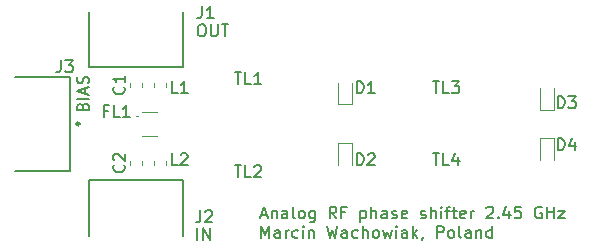
<source format=gto>
G04 #@! TF.GenerationSoftware,KiCad,Pcbnew,5.1.10-88a1d61d58~88~ubuntu18.04.1*
G04 #@! TF.CreationDate,2021-09-29T07:56:17+02:00*
G04 #@! TF.ProjectId,rf_phase_shifter_2_45GHz,72665f70-6861-4736-955f-736869667465,1.0.0*
G04 #@! TF.SameCoordinates,Original*
G04 #@! TF.FileFunction,Legend,Top*
G04 #@! TF.FilePolarity,Positive*
%FSLAX46Y46*%
G04 Gerber Fmt 4.6, Leading zero omitted, Abs format (unit mm)*
G04 Created by KiCad (PCBNEW 5.1.10-88a1d61d58~88~ubuntu18.04.1) date 2021-09-29 07:56:17*
%MOMM*%
%LPD*%
G01*
G04 APERTURE LIST*
%ADD10C,0.150000*%
%ADD11C,0.120000*%
%ADD12C,0.100000*%
%ADD13C,0.250000*%
%ADD14R,0.700000X0.600000*%
%ADD15R,0.330000X0.350000*%
%ADD16R,5.000000X1.200000*%
%ADD17R,5.000000X1.600000*%
%ADD18R,1.200000X5.000000*%
%ADD19R,1.600000X5.000000*%
G04 APERTURE END LIST*
D10*
X95029976Y-66651666D02*
X95506166Y-66651666D01*
X94934738Y-66937380D02*
X95268071Y-65937380D01*
X95601404Y-66937380D01*
X95934738Y-66270714D02*
X95934738Y-66937380D01*
X95934738Y-66365952D02*
X95982357Y-66318333D01*
X96077595Y-66270714D01*
X96220452Y-66270714D01*
X96315690Y-66318333D01*
X96363309Y-66413571D01*
X96363309Y-66937380D01*
X97268071Y-66937380D02*
X97268071Y-66413571D01*
X97220452Y-66318333D01*
X97125214Y-66270714D01*
X96934738Y-66270714D01*
X96839500Y-66318333D01*
X97268071Y-66889761D02*
X97172833Y-66937380D01*
X96934738Y-66937380D01*
X96839500Y-66889761D01*
X96791880Y-66794523D01*
X96791880Y-66699285D01*
X96839500Y-66604047D01*
X96934738Y-66556428D01*
X97172833Y-66556428D01*
X97268071Y-66508809D01*
X97887119Y-66937380D02*
X97791880Y-66889761D01*
X97744261Y-66794523D01*
X97744261Y-65937380D01*
X98410928Y-66937380D02*
X98315690Y-66889761D01*
X98268071Y-66842142D01*
X98220452Y-66746904D01*
X98220452Y-66461190D01*
X98268071Y-66365952D01*
X98315690Y-66318333D01*
X98410928Y-66270714D01*
X98553785Y-66270714D01*
X98649023Y-66318333D01*
X98696642Y-66365952D01*
X98744261Y-66461190D01*
X98744261Y-66746904D01*
X98696642Y-66842142D01*
X98649023Y-66889761D01*
X98553785Y-66937380D01*
X98410928Y-66937380D01*
X99601404Y-66270714D02*
X99601404Y-67080238D01*
X99553785Y-67175476D01*
X99506166Y-67223095D01*
X99410928Y-67270714D01*
X99268071Y-67270714D01*
X99172833Y-67223095D01*
X99601404Y-66889761D02*
X99506166Y-66937380D01*
X99315690Y-66937380D01*
X99220452Y-66889761D01*
X99172833Y-66842142D01*
X99125214Y-66746904D01*
X99125214Y-66461190D01*
X99172833Y-66365952D01*
X99220452Y-66318333D01*
X99315690Y-66270714D01*
X99506166Y-66270714D01*
X99601404Y-66318333D01*
X101410928Y-66937380D02*
X101077595Y-66461190D01*
X100839500Y-66937380D02*
X100839500Y-65937380D01*
X101220452Y-65937380D01*
X101315690Y-65985000D01*
X101363309Y-66032619D01*
X101410928Y-66127857D01*
X101410928Y-66270714D01*
X101363309Y-66365952D01*
X101315690Y-66413571D01*
X101220452Y-66461190D01*
X100839500Y-66461190D01*
X102172833Y-66413571D02*
X101839500Y-66413571D01*
X101839500Y-66937380D02*
X101839500Y-65937380D01*
X102315690Y-65937380D01*
X103458547Y-66270714D02*
X103458547Y-67270714D01*
X103458547Y-66318333D02*
X103553785Y-66270714D01*
X103744261Y-66270714D01*
X103839500Y-66318333D01*
X103887119Y-66365952D01*
X103934738Y-66461190D01*
X103934738Y-66746904D01*
X103887119Y-66842142D01*
X103839500Y-66889761D01*
X103744261Y-66937380D01*
X103553785Y-66937380D01*
X103458547Y-66889761D01*
X104363309Y-66937380D02*
X104363309Y-65937380D01*
X104791880Y-66937380D02*
X104791880Y-66413571D01*
X104744261Y-66318333D01*
X104649023Y-66270714D01*
X104506166Y-66270714D01*
X104410928Y-66318333D01*
X104363309Y-66365952D01*
X105696642Y-66937380D02*
X105696642Y-66413571D01*
X105649023Y-66318333D01*
X105553785Y-66270714D01*
X105363309Y-66270714D01*
X105268071Y-66318333D01*
X105696642Y-66889761D02*
X105601404Y-66937380D01*
X105363309Y-66937380D01*
X105268071Y-66889761D01*
X105220452Y-66794523D01*
X105220452Y-66699285D01*
X105268071Y-66604047D01*
X105363309Y-66556428D01*
X105601404Y-66556428D01*
X105696642Y-66508809D01*
X106125214Y-66889761D02*
X106220452Y-66937380D01*
X106410928Y-66937380D01*
X106506166Y-66889761D01*
X106553785Y-66794523D01*
X106553785Y-66746904D01*
X106506166Y-66651666D01*
X106410928Y-66604047D01*
X106268071Y-66604047D01*
X106172833Y-66556428D01*
X106125214Y-66461190D01*
X106125214Y-66413571D01*
X106172833Y-66318333D01*
X106268071Y-66270714D01*
X106410928Y-66270714D01*
X106506166Y-66318333D01*
X107363309Y-66889761D02*
X107268071Y-66937380D01*
X107077595Y-66937380D01*
X106982357Y-66889761D01*
X106934738Y-66794523D01*
X106934738Y-66413571D01*
X106982357Y-66318333D01*
X107077595Y-66270714D01*
X107268071Y-66270714D01*
X107363309Y-66318333D01*
X107410928Y-66413571D01*
X107410928Y-66508809D01*
X106934738Y-66604047D01*
X108553785Y-66889761D02*
X108649023Y-66937380D01*
X108839500Y-66937380D01*
X108934738Y-66889761D01*
X108982357Y-66794523D01*
X108982357Y-66746904D01*
X108934738Y-66651666D01*
X108839500Y-66604047D01*
X108696642Y-66604047D01*
X108601404Y-66556428D01*
X108553785Y-66461190D01*
X108553785Y-66413571D01*
X108601404Y-66318333D01*
X108696642Y-66270714D01*
X108839500Y-66270714D01*
X108934738Y-66318333D01*
X109410928Y-66937380D02*
X109410928Y-65937380D01*
X109839500Y-66937380D02*
X109839500Y-66413571D01*
X109791880Y-66318333D01*
X109696642Y-66270714D01*
X109553785Y-66270714D01*
X109458547Y-66318333D01*
X109410928Y-66365952D01*
X110315690Y-66937380D02*
X110315690Y-66270714D01*
X110315690Y-65937380D02*
X110268071Y-65985000D01*
X110315690Y-66032619D01*
X110363309Y-65985000D01*
X110315690Y-65937380D01*
X110315690Y-66032619D01*
X110649023Y-66270714D02*
X111029976Y-66270714D01*
X110791880Y-66937380D02*
X110791880Y-66080238D01*
X110839500Y-65985000D01*
X110934738Y-65937380D01*
X111029976Y-65937380D01*
X111220452Y-66270714D02*
X111601404Y-66270714D01*
X111363309Y-65937380D02*
X111363309Y-66794523D01*
X111410928Y-66889761D01*
X111506166Y-66937380D01*
X111601404Y-66937380D01*
X112315690Y-66889761D02*
X112220452Y-66937380D01*
X112029976Y-66937380D01*
X111934738Y-66889761D01*
X111887119Y-66794523D01*
X111887119Y-66413571D01*
X111934738Y-66318333D01*
X112029976Y-66270714D01*
X112220452Y-66270714D01*
X112315690Y-66318333D01*
X112363309Y-66413571D01*
X112363309Y-66508809D01*
X111887119Y-66604047D01*
X112791880Y-66937380D02*
X112791880Y-66270714D01*
X112791880Y-66461190D02*
X112839500Y-66365952D01*
X112887119Y-66318333D01*
X112982357Y-66270714D01*
X113077595Y-66270714D01*
X114125214Y-66032619D02*
X114172833Y-65985000D01*
X114268071Y-65937380D01*
X114506166Y-65937380D01*
X114601404Y-65985000D01*
X114649023Y-66032619D01*
X114696642Y-66127857D01*
X114696642Y-66223095D01*
X114649023Y-66365952D01*
X114077595Y-66937380D01*
X114696642Y-66937380D01*
X115125214Y-66842142D02*
X115172833Y-66889761D01*
X115125214Y-66937380D01*
X115077595Y-66889761D01*
X115125214Y-66842142D01*
X115125214Y-66937380D01*
X116029976Y-66270714D02*
X116029976Y-66937380D01*
X115791880Y-65889761D02*
X115553785Y-66604047D01*
X116172833Y-66604047D01*
X117029976Y-65937380D02*
X116553785Y-65937380D01*
X116506166Y-66413571D01*
X116553785Y-66365952D01*
X116649023Y-66318333D01*
X116887119Y-66318333D01*
X116982357Y-66365952D01*
X117029976Y-66413571D01*
X117077595Y-66508809D01*
X117077595Y-66746904D01*
X117029976Y-66842142D01*
X116982357Y-66889761D01*
X116887119Y-66937380D01*
X116649023Y-66937380D01*
X116553785Y-66889761D01*
X116506166Y-66842142D01*
X118791880Y-65985000D02*
X118696642Y-65937380D01*
X118553785Y-65937380D01*
X118410928Y-65985000D01*
X118315690Y-66080238D01*
X118268071Y-66175476D01*
X118220452Y-66365952D01*
X118220452Y-66508809D01*
X118268071Y-66699285D01*
X118315690Y-66794523D01*
X118410928Y-66889761D01*
X118553785Y-66937380D01*
X118649023Y-66937380D01*
X118791880Y-66889761D01*
X118839500Y-66842142D01*
X118839500Y-66508809D01*
X118649023Y-66508809D01*
X119268071Y-66937380D02*
X119268071Y-65937380D01*
X119268071Y-66413571D02*
X119839500Y-66413571D01*
X119839500Y-66937380D02*
X119839500Y-65937380D01*
X120220452Y-66270714D02*
X120744261Y-66270714D01*
X120220452Y-66937380D01*
X120744261Y-66937380D01*
X95077595Y-68587380D02*
X95077595Y-67587380D01*
X95410928Y-68301666D01*
X95744261Y-67587380D01*
X95744261Y-68587380D01*
X96649023Y-68587380D02*
X96649023Y-68063571D01*
X96601404Y-67968333D01*
X96506166Y-67920714D01*
X96315690Y-67920714D01*
X96220452Y-67968333D01*
X96649023Y-68539761D02*
X96553785Y-68587380D01*
X96315690Y-68587380D01*
X96220452Y-68539761D01*
X96172833Y-68444523D01*
X96172833Y-68349285D01*
X96220452Y-68254047D01*
X96315690Y-68206428D01*
X96553785Y-68206428D01*
X96649023Y-68158809D01*
X97125214Y-68587380D02*
X97125214Y-67920714D01*
X97125214Y-68111190D02*
X97172833Y-68015952D01*
X97220452Y-67968333D01*
X97315690Y-67920714D01*
X97410928Y-67920714D01*
X98172833Y-68539761D02*
X98077595Y-68587380D01*
X97887119Y-68587380D01*
X97791880Y-68539761D01*
X97744261Y-68492142D01*
X97696642Y-68396904D01*
X97696642Y-68111190D01*
X97744261Y-68015952D01*
X97791880Y-67968333D01*
X97887119Y-67920714D01*
X98077595Y-67920714D01*
X98172833Y-67968333D01*
X98601404Y-68587380D02*
X98601404Y-67920714D01*
X98601404Y-67587380D02*
X98553785Y-67635000D01*
X98601404Y-67682619D01*
X98649023Y-67635000D01*
X98601404Y-67587380D01*
X98601404Y-67682619D01*
X99077595Y-67920714D02*
X99077595Y-68587380D01*
X99077595Y-68015952D02*
X99125214Y-67968333D01*
X99220452Y-67920714D01*
X99363309Y-67920714D01*
X99458547Y-67968333D01*
X99506166Y-68063571D01*
X99506166Y-68587380D01*
X100649023Y-67587380D02*
X100887119Y-68587380D01*
X101077595Y-67873095D01*
X101268071Y-68587380D01*
X101506166Y-67587380D01*
X102315690Y-68587380D02*
X102315690Y-68063571D01*
X102268071Y-67968333D01*
X102172833Y-67920714D01*
X101982357Y-67920714D01*
X101887119Y-67968333D01*
X102315690Y-68539761D02*
X102220452Y-68587380D01*
X101982357Y-68587380D01*
X101887119Y-68539761D01*
X101839500Y-68444523D01*
X101839500Y-68349285D01*
X101887119Y-68254047D01*
X101982357Y-68206428D01*
X102220452Y-68206428D01*
X102315690Y-68158809D01*
X103220452Y-68539761D02*
X103125214Y-68587380D01*
X102934738Y-68587380D01*
X102839500Y-68539761D01*
X102791880Y-68492142D01*
X102744261Y-68396904D01*
X102744261Y-68111190D01*
X102791880Y-68015952D01*
X102839500Y-67968333D01*
X102934738Y-67920714D01*
X103125214Y-67920714D01*
X103220452Y-67968333D01*
X103649023Y-68587380D02*
X103649023Y-67587380D01*
X104077595Y-68587380D02*
X104077595Y-68063571D01*
X104029976Y-67968333D01*
X103934738Y-67920714D01*
X103791880Y-67920714D01*
X103696642Y-67968333D01*
X103649023Y-68015952D01*
X104696642Y-68587380D02*
X104601404Y-68539761D01*
X104553785Y-68492142D01*
X104506166Y-68396904D01*
X104506166Y-68111190D01*
X104553785Y-68015952D01*
X104601404Y-67968333D01*
X104696642Y-67920714D01*
X104839500Y-67920714D01*
X104934738Y-67968333D01*
X104982357Y-68015952D01*
X105029976Y-68111190D01*
X105029976Y-68396904D01*
X104982357Y-68492142D01*
X104934738Y-68539761D01*
X104839500Y-68587380D01*
X104696642Y-68587380D01*
X105363309Y-67920714D02*
X105553785Y-68587380D01*
X105744261Y-68111190D01*
X105934738Y-68587380D01*
X106125214Y-67920714D01*
X106506166Y-68587380D02*
X106506166Y-67920714D01*
X106506166Y-67587380D02*
X106458547Y-67635000D01*
X106506166Y-67682619D01*
X106553785Y-67635000D01*
X106506166Y-67587380D01*
X106506166Y-67682619D01*
X107410928Y-68587380D02*
X107410928Y-68063571D01*
X107363309Y-67968333D01*
X107268071Y-67920714D01*
X107077595Y-67920714D01*
X106982357Y-67968333D01*
X107410928Y-68539761D02*
X107315690Y-68587380D01*
X107077595Y-68587380D01*
X106982357Y-68539761D01*
X106934738Y-68444523D01*
X106934738Y-68349285D01*
X106982357Y-68254047D01*
X107077595Y-68206428D01*
X107315690Y-68206428D01*
X107410928Y-68158809D01*
X107887119Y-68587380D02*
X107887119Y-67587380D01*
X107982357Y-68206428D02*
X108268071Y-68587380D01*
X108268071Y-67920714D02*
X107887119Y-68301666D01*
X108744261Y-68539761D02*
X108744261Y-68587380D01*
X108696642Y-68682619D01*
X108649023Y-68730238D01*
X109934738Y-68587380D02*
X109934738Y-67587380D01*
X110315690Y-67587380D01*
X110410928Y-67635000D01*
X110458547Y-67682619D01*
X110506166Y-67777857D01*
X110506166Y-67920714D01*
X110458547Y-68015952D01*
X110410928Y-68063571D01*
X110315690Y-68111190D01*
X109934738Y-68111190D01*
X111077595Y-68587380D02*
X110982357Y-68539761D01*
X110934738Y-68492142D01*
X110887119Y-68396904D01*
X110887119Y-68111190D01*
X110934738Y-68015952D01*
X110982357Y-67968333D01*
X111077595Y-67920714D01*
X111220452Y-67920714D01*
X111315690Y-67968333D01*
X111363309Y-68015952D01*
X111410928Y-68111190D01*
X111410928Y-68396904D01*
X111363309Y-68492142D01*
X111315690Y-68539761D01*
X111220452Y-68587380D01*
X111077595Y-68587380D01*
X111982357Y-68587380D02*
X111887119Y-68539761D01*
X111839500Y-68444523D01*
X111839500Y-67587380D01*
X112791880Y-68587380D02*
X112791880Y-68063571D01*
X112744261Y-67968333D01*
X112649023Y-67920714D01*
X112458547Y-67920714D01*
X112363309Y-67968333D01*
X112791880Y-68539761D02*
X112696642Y-68587380D01*
X112458547Y-68587380D01*
X112363309Y-68539761D01*
X112315690Y-68444523D01*
X112315690Y-68349285D01*
X112363309Y-68254047D01*
X112458547Y-68206428D01*
X112696642Y-68206428D01*
X112791880Y-68158809D01*
X113268071Y-67920714D02*
X113268071Y-68587380D01*
X113268071Y-68015952D02*
X113315690Y-67968333D01*
X113410928Y-67920714D01*
X113553785Y-67920714D01*
X113649023Y-67968333D01*
X113696642Y-68063571D01*
X113696642Y-68587380D01*
X114601404Y-68587380D02*
X114601404Y-67587380D01*
X114601404Y-68539761D02*
X114506166Y-68587380D01*
X114315690Y-68587380D01*
X114220452Y-68539761D01*
X114172833Y-68492142D01*
X114125214Y-68396904D01*
X114125214Y-68111190D01*
X114172833Y-68015952D01*
X114220452Y-67968333D01*
X114315690Y-67920714D01*
X114506166Y-67920714D01*
X114601404Y-67968333D01*
X79938571Y-57459428D02*
X79986190Y-57316571D01*
X80033809Y-57268952D01*
X80129047Y-57221333D01*
X80271904Y-57221333D01*
X80367142Y-57268952D01*
X80414761Y-57316571D01*
X80462380Y-57411809D01*
X80462380Y-57792761D01*
X79462380Y-57792761D01*
X79462380Y-57459428D01*
X79510000Y-57364190D01*
X79557619Y-57316571D01*
X79652857Y-57268952D01*
X79748095Y-57268952D01*
X79843333Y-57316571D01*
X79890952Y-57364190D01*
X79938571Y-57459428D01*
X79938571Y-57792761D01*
X80462380Y-56792761D02*
X79462380Y-56792761D01*
X80176666Y-56364190D02*
X80176666Y-55888000D01*
X80462380Y-56459428D02*
X79462380Y-56126095D01*
X80462380Y-55792761D01*
X80414761Y-55507047D02*
X80462380Y-55364190D01*
X80462380Y-55126095D01*
X80414761Y-55030857D01*
X80367142Y-54983238D01*
X80271904Y-54935619D01*
X80176666Y-54935619D01*
X80081428Y-54983238D01*
X80033809Y-55030857D01*
X79986190Y-55126095D01*
X79938571Y-55316571D01*
X79890952Y-55411809D01*
X79843333Y-55459428D01*
X79748095Y-55507047D01*
X79652857Y-55507047D01*
X79557619Y-55459428D01*
X79510000Y-55411809D01*
X79462380Y-55316571D01*
X79462380Y-55078476D01*
X79510000Y-54935619D01*
X89932000Y-50506380D02*
X90122476Y-50506380D01*
X90217714Y-50554000D01*
X90312952Y-50649238D01*
X90360571Y-50839714D01*
X90360571Y-51173047D01*
X90312952Y-51363523D01*
X90217714Y-51458761D01*
X90122476Y-51506380D01*
X89932000Y-51506380D01*
X89836761Y-51458761D01*
X89741523Y-51363523D01*
X89693904Y-51173047D01*
X89693904Y-50839714D01*
X89741523Y-50649238D01*
X89836761Y-50554000D01*
X89932000Y-50506380D01*
X90789142Y-50506380D02*
X90789142Y-51315904D01*
X90836761Y-51411142D01*
X90884380Y-51458761D01*
X90979619Y-51506380D01*
X91170095Y-51506380D01*
X91265333Y-51458761D01*
X91312952Y-51411142D01*
X91360571Y-51315904D01*
X91360571Y-50506380D01*
X91693904Y-50506380D02*
X92265333Y-50506380D01*
X91979619Y-51506380D02*
X91979619Y-50506380D01*
X89646190Y-68778380D02*
X89646190Y-67778380D01*
X90122380Y-68778380D02*
X90122380Y-67778380D01*
X90693809Y-68778380D01*
X90693809Y-67778380D01*
D11*
X119827600Y-60127500D02*
X118627600Y-60127500D01*
X119827600Y-61977500D02*
X119827600Y-60127500D01*
X118627600Y-61977500D02*
X118627600Y-60127500D01*
D12*
X84498000Y-58278000D02*
G75*
G02*
X84598000Y-58278000I50000J0D01*
G01*
X84598000Y-58278000D02*
G75*
G02*
X84498000Y-58278000I-50000J0D01*
G01*
X84498000Y-58278000D02*
X84498000Y-58278000D01*
X84598000Y-58278000D02*
X84598000Y-58278000D01*
X84973000Y-59928000D02*
X86223000Y-59928000D01*
X84973000Y-57928000D02*
X86223000Y-57928000D01*
D10*
X74207000Y-54928000D02*
X78907000Y-54928000D01*
X78907000Y-62928000D02*
X78907000Y-54928000D01*
X74207000Y-62928000D02*
X78907000Y-62928000D01*
D13*
X79667000Y-58928000D02*
G75*
G03*
X79667000Y-58928000I-125000J0D01*
G01*
D10*
X80455000Y-68414000D02*
X80455000Y-63714000D01*
X88455000Y-63714000D02*
X80455000Y-63714000D01*
X88455000Y-68414000D02*
X88455000Y-63714000D01*
D13*
X84580000Y-63079000D02*
G75*
G03*
X84580000Y-63079000I-125000J0D01*
G01*
D10*
X88455000Y-49442000D02*
X88455000Y-54142000D01*
X80455000Y-54142000D02*
X88455000Y-54142000D01*
X80455000Y-49442000D02*
X80455000Y-54142000D01*
D13*
X84580000Y-54777000D02*
G75*
G03*
X84580000Y-54777000I-125000J0D01*
G01*
D11*
X85977000Y-62392779D02*
X85977000Y-62067221D01*
X86997000Y-62392779D02*
X86997000Y-62067221D01*
X86997000Y-55463221D02*
X86997000Y-55788779D01*
X85977000Y-55463221D02*
X85977000Y-55788779D01*
X118627600Y-57728500D02*
X119827600Y-57728500D01*
X118627600Y-55878500D02*
X118627600Y-57728500D01*
X119827600Y-55878500D02*
X119827600Y-57728500D01*
X102758800Y-60572000D02*
X101558800Y-60572000D01*
X102758800Y-62422000D02*
X102758800Y-60572000D01*
X101558800Y-62422000D02*
X101558800Y-60572000D01*
X101571500Y-57284000D02*
X102771500Y-57284000D01*
X101571500Y-55434000D02*
X101571500Y-57284000D01*
X102771500Y-55434000D02*
X102771500Y-57284000D01*
X83945000Y-62370580D02*
X83945000Y-62089420D01*
X84965000Y-62370580D02*
X84965000Y-62089420D01*
X83945000Y-55766580D02*
X83945000Y-55485420D01*
X84965000Y-55766580D02*
X84965000Y-55485420D01*
D10*
X120165904Y-61158380D02*
X120165904Y-60158380D01*
X120404000Y-60158380D01*
X120546857Y-60206000D01*
X120642095Y-60301238D01*
X120689714Y-60396476D01*
X120737333Y-60586952D01*
X120737333Y-60729809D01*
X120689714Y-60920285D01*
X120642095Y-61015523D01*
X120546857Y-61110761D01*
X120404000Y-61158380D01*
X120165904Y-61158380D01*
X121594476Y-60491714D02*
X121594476Y-61158380D01*
X121356380Y-60110761D02*
X121118285Y-60825047D01*
X121737333Y-60825047D01*
X109577333Y-61428380D02*
X110148761Y-61428380D01*
X109863047Y-62428380D02*
X109863047Y-61428380D01*
X110958285Y-62428380D02*
X110482095Y-62428380D01*
X110482095Y-61428380D01*
X111720190Y-61761714D02*
X111720190Y-62428380D01*
X111482095Y-61380761D02*
X111244000Y-62095047D01*
X111863047Y-62095047D01*
X109577333Y-55332380D02*
X110148761Y-55332380D01*
X109863047Y-56332380D02*
X109863047Y-55332380D01*
X110958285Y-56332380D02*
X110482095Y-56332380D01*
X110482095Y-55332380D01*
X111196380Y-55332380D02*
X111815428Y-55332380D01*
X111482095Y-55713333D01*
X111624952Y-55713333D01*
X111720190Y-55760952D01*
X111767809Y-55808571D01*
X111815428Y-55903809D01*
X111815428Y-56141904D01*
X111767809Y-56237142D01*
X111720190Y-56284761D01*
X111624952Y-56332380D01*
X111339238Y-56332380D01*
X111244000Y-56284761D01*
X111196380Y-56237142D01*
X92813333Y-62444380D02*
X93384761Y-62444380D01*
X93099047Y-63444380D02*
X93099047Y-62444380D01*
X94194285Y-63444380D02*
X93718095Y-63444380D01*
X93718095Y-62444380D01*
X94480000Y-62539619D02*
X94527619Y-62492000D01*
X94622857Y-62444380D01*
X94860952Y-62444380D01*
X94956190Y-62492000D01*
X95003809Y-62539619D01*
X95051428Y-62634857D01*
X95051428Y-62730095D01*
X95003809Y-62872952D01*
X94432380Y-63444380D01*
X95051428Y-63444380D01*
X92813333Y-54570380D02*
X93384761Y-54570380D01*
X93099047Y-55570380D02*
X93099047Y-54570380D01*
X94194285Y-55570380D02*
X93718095Y-55570380D01*
X93718095Y-54570380D01*
X95051428Y-55570380D02*
X94480000Y-55570380D01*
X94765714Y-55570380D02*
X94765714Y-54570380D01*
X94670476Y-54713238D01*
X94575238Y-54808476D01*
X94480000Y-54856095D01*
X82065904Y-57840571D02*
X81732571Y-57840571D01*
X81732571Y-58364380D02*
X81732571Y-57364380D01*
X82208761Y-57364380D01*
X83065904Y-58364380D02*
X82589714Y-58364380D01*
X82589714Y-57364380D01*
X83923047Y-58364380D02*
X83351619Y-58364380D01*
X83637333Y-58364380D02*
X83637333Y-57364380D01*
X83542095Y-57507238D01*
X83446857Y-57602476D01*
X83351619Y-57650095D01*
X78091309Y-53554380D02*
X78091309Y-54268666D01*
X78043690Y-54411523D01*
X77948452Y-54506761D01*
X77805595Y-54554380D01*
X77710357Y-54554380D01*
X78472261Y-53554380D02*
X79091309Y-53554380D01*
X78757976Y-53935333D01*
X78900833Y-53935333D01*
X78996071Y-53982952D01*
X79043690Y-54030571D01*
X79091309Y-54125809D01*
X79091309Y-54363904D01*
X79043690Y-54459142D01*
X78996071Y-54506761D01*
X78900833Y-54554380D01*
X78615119Y-54554380D01*
X78519880Y-54506761D01*
X78472261Y-54459142D01*
X89898023Y-66254380D02*
X89898023Y-66968666D01*
X89850404Y-67111523D01*
X89755166Y-67206761D01*
X89612309Y-67254380D01*
X89517071Y-67254380D01*
X90326595Y-66349619D02*
X90374214Y-66302000D01*
X90469452Y-66254380D01*
X90707547Y-66254380D01*
X90802785Y-66302000D01*
X90850404Y-66349619D01*
X90898023Y-66444857D01*
X90898023Y-66540095D01*
X90850404Y-66682952D01*
X90278976Y-67254380D01*
X90898023Y-67254380D01*
X90029309Y-48982380D02*
X90029309Y-49696666D01*
X89981690Y-49839523D01*
X89886452Y-49934761D01*
X89743595Y-49982380D01*
X89648357Y-49982380D01*
X91029309Y-49982380D02*
X90457880Y-49982380D01*
X90743595Y-49982380D02*
X90743595Y-48982380D01*
X90648357Y-49125238D01*
X90553119Y-49220476D01*
X90457880Y-49268095D01*
X87971333Y-62428380D02*
X87495142Y-62428380D01*
X87495142Y-61428380D01*
X88257047Y-61523619D02*
X88304666Y-61476000D01*
X88399904Y-61428380D01*
X88638000Y-61428380D01*
X88733238Y-61476000D01*
X88780857Y-61523619D01*
X88828476Y-61618857D01*
X88828476Y-61714095D01*
X88780857Y-61856952D01*
X88209428Y-62428380D01*
X88828476Y-62428380D01*
X87971333Y-56332380D02*
X87495142Y-56332380D01*
X87495142Y-55332380D01*
X88828476Y-56332380D02*
X88257047Y-56332380D01*
X88542761Y-56332380D02*
X88542761Y-55332380D01*
X88447523Y-55475238D01*
X88352285Y-55570476D01*
X88257047Y-55618095D01*
X120165904Y-57602380D02*
X120165904Y-56602380D01*
X120404000Y-56602380D01*
X120546857Y-56650000D01*
X120642095Y-56745238D01*
X120689714Y-56840476D01*
X120737333Y-57030952D01*
X120737333Y-57173809D01*
X120689714Y-57364285D01*
X120642095Y-57459523D01*
X120546857Y-57554761D01*
X120404000Y-57602380D01*
X120165904Y-57602380D01*
X121070666Y-56602380D02*
X121689714Y-56602380D01*
X121356380Y-56983333D01*
X121499238Y-56983333D01*
X121594476Y-57030952D01*
X121642095Y-57078571D01*
X121689714Y-57173809D01*
X121689714Y-57411904D01*
X121642095Y-57507142D01*
X121594476Y-57554761D01*
X121499238Y-57602380D01*
X121213523Y-57602380D01*
X121118285Y-57554761D01*
X121070666Y-57507142D01*
X103147904Y-62428380D02*
X103147904Y-61428380D01*
X103386000Y-61428380D01*
X103528857Y-61476000D01*
X103624095Y-61571238D01*
X103671714Y-61666476D01*
X103719333Y-61856952D01*
X103719333Y-61999809D01*
X103671714Y-62190285D01*
X103624095Y-62285523D01*
X103528857Y-62380761D01*
X103386000Y-62428380D01*
X103147904Y-62428380D01*
X104100285Y-61523619D02*
X104147904Y-61476000D01*
X104243142Y-61428380D01*
X104481238Y-61428380D01*
X104576476Y-61476000D01*
X104624095Y-61523619D01*
X104671714Y-61618857D01*
X104671714Y-61714095D01*
X104624095Y-61856952D01*
X104052666Y-62428380D01*
X104671714Y-62428380D01*
X103147904Y-56332380D02*
X103147904Y-55332380D01*
X103386000Y-55332380D01*
X103528857Y-55380000D01*
X103624095Y-55475238D01*
X103671714Y-55570476D01*
X103719333Y-55760952D01*
X103719333Y-55903809D01*
X103671714Y-56094285D01*
X103624095Y-56189523D01*
X103528857Y-56284761D01*
X103386000Y-56332380D01*
X103147904Y-56332380D01*
X104671714Y-56332380D02*
X104100285Y-56332380D01*
X104386000Y-56332380D02*
X104386000Y-55332380D01*
X104290761Y-55475238D01*
X104195523Y-55570476D01*
X104100285Y-55618095D01*
X83415142Y-62396666D02*
X83462761Y-62444285D01*
X83510380Y-62587142D01*
X83510380Y-62682380D01*
X83462761Y-62825238D01*
X83367523Y-62920476D01*
X83272285Y-62968095D01*
X83081809Y-63015714D01*
X82938952Y-63015714D01*
X82748476Y-62968095D01*
X82653238Y-62920476D01*
X82558000Y-62825238D01*
X82510380Y-62682380D01*
X82510380Y-62587142D01*
X82558000Y-62444285D01*
X82605619Y-62396666D01*
X82605619Y-62015714D02*
X82558000Y-61968095D01*
X82510380Y-61872857D01*
X82510380Y-61634761D01*
X82558000Y-61539523D01*
X82605619Y-61491904D01*
X82700857Y-61444285D01*
X82796095Y-61444285D01*
X82938952Y-61491904D01*
X83510380Y-62063333D01*
X83510380Y-61444285D01*
X83415142Y-55792666D02*
X83462761Y-55840285D01*
X83510380Y-55983142D01*
X83510380Y-56078380D01*
X83462761Y-56221238D01*
X83367523Y-56316476D01*
X83272285Y-56364095D01*
X83081809Y-56411714D01*
X82938952Y-56411714D01*
X82748476Y-56364095D01*
X82653238Y-56316476D01*
X82558000Y-56221238D01*
X82510380Y-56078380D01*
X82510380Y-55983142D01*
X82558000Y-55840285D01*
X82605619Y-55792666D01*
X83510380Y-54840285D02*
X83510380Y-55411714D01*
X83510380Y-55126000D02*
X82510380Y-55126000D01*
X82653238Y-55221238D01*
X82748476Y-55316476D01*
X82796095Y-55411714D01*
%LPC*%
D14*
X119227600Y-60577500D03*
X119227600Y-61977500D03*
D15*
X85103000Y-58278000D03*
X85103000Y-58928000D03*
X85103000Y-59578000D03*
X86093000Y-59578000D03*
X86093000Y-58928000D03*
X86093000Y-58278000D03*
D16*
X75967000Y-58928000D03*
D17*
X75967000Y-61698000D03*
X75967000Y-56158000D03*
D18*
X84455000Y-66654000D03*
D19*
X87225000Y-66654000D03*
X81685000Y-66654000D03*
D18*
X84455000Y-51202000D03*
D19*
X81685000Y-51202000D03*
X87225000Y-51202000D03*
G36*
G01*
X86743250Y-61880000D02*
X86230750Y-61880000D01*
G75*
G02*
X86012000Y-61661250I0J218750D01*
G01*
X86012000Y-61223750D01*
G75*
G02*
X86230750Y-61005000I218750J0D01*
G01*
X86743250Y-61005000D01*
G75*
G02*
X86962000Y-61223750I0J-218750D01*
G01*
X86962000Y-61661250D01*
G75*
G02*
X86743250Y-61880000I-218750J0D01*
G01*
G37*
G36*
G01*
X86743250Y-63455000D02*
X86230750Y-63455000D01*
G75*
G02*
X86012000Y-63236250I0J218750D01*
G01*
X86012000Y-62798750D01*
G75*
G02*
X86230750Y-62580000I218750J0D01*
G01*
X86743250Y-62580000D01*
G75*
G02*
X86962000Y-62798750I0J-218750D01*
G01*
X86962000Y-63236250D01*
G75*
G02*
X86743250Y-63455000I-218750J0D01*
G01*
G37*
G36*
G01*
X86230750Y-55976000D02*
X86743250Y-55976000D01*
G75*
G02*
X86962000Y-56194750I0J-218750D01*
G01*
X86962000Y-56632250D01*
G75*
G02*
X86743250Y-56851000I-218750J0D01*
G01*
X86230750Y-56851000D01*
G75*
G02*
X86012000Y-56632250I0J218750D01*
G01*
X86012000Y-56194750D01*
G75*
G02*
X86230750Y-55976000I218750J0D01*
G01*
G37*
G36*
G01*
X86230750Y-54401000D02*
X86743250Y-54401000D01*
G75*
G02*
X86962000Y-54619750I0J-218750D01*
G01*
X86962000Y-55057250D01*
G75*
G02*
X86743250Y-55276000I-218750J0D01*
G01*
X86230750Y-55276000D01*
G75*
G02*
X86012000Y-55057250I0J218750D01*
G01*
X86012000Y-54619750D01*
G75*
G02*
X86230750Y-54401000I218750J0D01*
G01*
G37*
D14*
X119227600Y-57278500D03*
X119227600Y-55878500D03*
X102158800Y-61022000D03*
X102158800Y-62422000D03*
X102171500Y-56834000D03*
X102171500Y-55434000D03*
G36*
G01*
X84705000Y-61905000D02*
X84205000Y-61905000D01*
G75*
G02*
X83980000Y-61680000I0J225000D01*
G01*
X83980000Y-61230000D01*
G75*
G02*
X84205000Y-61005000I225000J0D01*
G01*
X84705000Y-61005000D01*
G75*
G02*
X84930000Y-61230000I0J-225000D01*
G01*
X84930000Y-61680000D01*
G75*
G02*
X84705000Y-61905000I-225000J0D01*
G01*
G37*
G36*
G01*
X84705000Y-63455000D02*
X84205000Y-63455000D01*
G75*
G02*
X83980000Y-63230000I0J225000D01*
G01*
X83980000Y-62780000D01*
G75*
G02*
X84205000Y-62555000I225000J0D01*
G01*
X84705000Y-62555000D01*
G75*
G02*
X84930000Y-62780000I0J-225000D01*
G01*
X84930000Y-63230000D01*
G75*
G02*
X84705000Y-63455000I-225000J0D01*
G01*
G37*
G36*
G01*
X84705000Y-55301000D02*
X84205000Y-55301000D01*
G75*
G02*
X83980000Y-55076000I0J225000D01*
G01*
X83980000Y-54626000D01*
G75*
G02*
X84205000Y-54401000I225000J0D01*
G01*
X84705000Y-54401000D01*
G75*
G02*
X84930000Y-54626000I0J-225000D01*
G01*
X84930000Y-55076000D01*
G75*
G02*
X84705000Y-55301000I-225000J0D01*
G01*
G37*
G36*
G01*
X84705000Y-56851000D02*
X84205000Y-56851000D01*
G75*
G02*
X83980000Y-56626000I0J225000D01*
G01*
X83980000Y-56176000D01*
G75*
G02*
X84205000Y-55951000I225000J0D01*
G01*
X84705000Y-55951000D01*
G75*
G02*
X84930000Y-56176000I0J-225000D01*
G01*
X84930000Y-56626000D01*
G75*
G02*
X84705000Y-56851000I-225000J0D01*
G01*
G37*
M02*

</source>
